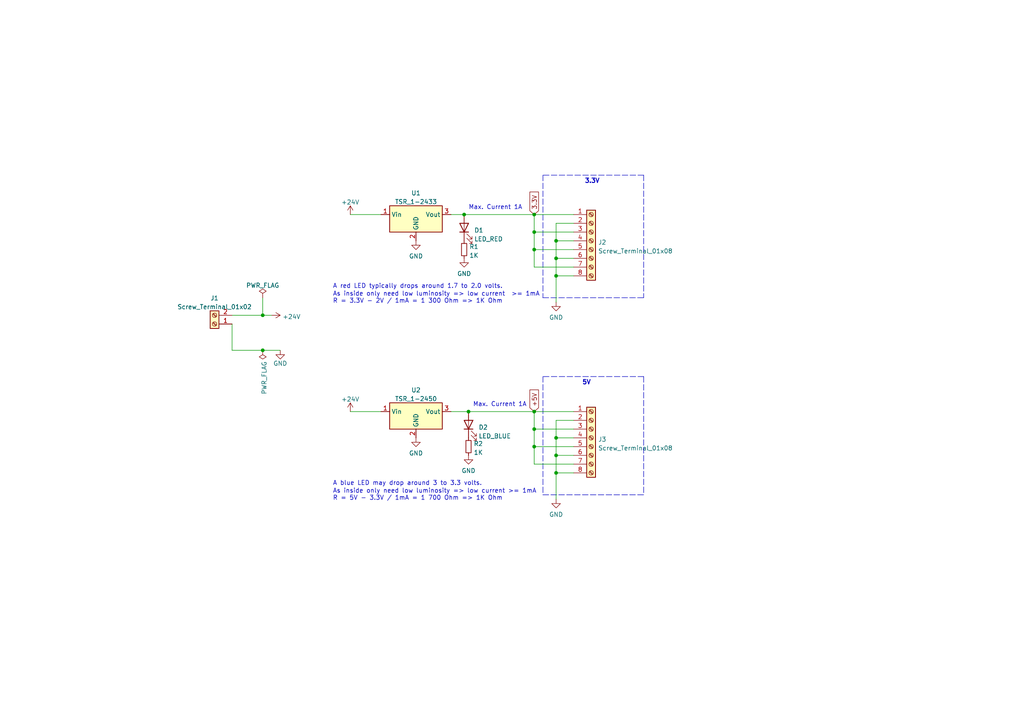
<source format=kicad_sch>
(kicad_sch (version 20211123) (generator eeschema)
  (paper "A4")
  (lib_symbols
    (symbol "Connector:Screw_Terminal_01x02" (pin_names (offset 1.016) hide)
      (property "Reference" "J" (at 0 2.54 0))
      (property "Value" "Screw_Terminal_01x02" (at 0 -5.08 0))
      (symbol "Screw_Terminal_01x02_1_1"
        (rectangle (start -1.27 1.27) (end 1.27 -3.81) (stroke (width 0.254)) (fill (type background)))
        (circle (center 0 -2.54) (radius 0.635) (stroke (width 0.1524)))
        (polyline (pts (xy -0.5334 -2.2098) (xy 0.3302 -3.048)) (stroke (width 0.1524)))
        (polyline (pts (xy -0.5334 0.3302) (xy 0.3302 -0.508)) (stroke (width 0.1524)))
        (polyline (pts (xy -0.3556 -2.032) (xy 0.508 -2.8702)) (stroke (width 0.1524)))
        (polyline (pts (xy -0.3556 0.508) (xy 0.508 -0.3302)) (stroke (width 0.1524)))
        (circle (center 0 0) (radius 0.635) (stroke (width 0.1524)))
        (pin passive line (at -5.08 0 0) (length 3.81) (name "Pin_1") (number "1"))
        (pin passive line (at -5.08 -2.54 0) (length 3.81) (name "Pin_2") (number "2"))
      )
    )
    (symbol "Connector:Screw_Terminal_01x08" (pin_names (offset 1.016) hide)
      (property "Reference" "J" (at 0 10.16 0))
      (property "Value" "Screw_Terminal_01x08" (at 0 -12.7 0))
      (symbol "Screw_Terminal_01x08_1_1"
        (rectangle (start -1.27 8.89) (end 1.27 -11.43) (stroke (width 0.254)) (fill (type background)))
        (circle (center 0 -10.16) (radius 0.635) (stroke (width 0.1524)))
        (circle (center 0 -7.62) (radius 0.635) (stroke (width 0.1524)))
        (circle (center 0 -5.08) (radius 0.635) (stroke (width 0.1524)))
        (circle (center 0 -2.54) (radius 0.635) (stroke (width 0.1524)))
        (polyline (pts (xy -0.5334 -9.8298) (xy 0.3302 -10.668)) (stroke (width 0.1524)))
        (polyline (pts (xy -0.5334 -7.2898) (xy 0.3302 -8.128)) (stroke (width 0.1524)))
        (polyline (pts (xy -0.5334 -4.7498) (xy 0.3302 -5.588)) (stroke (width 0.1524)))
        (polyline (pts (xy -0.5334 -2.2098) (xy 0.3302 -3.048)) (stroke (width 0.1524)))
        (polyline (pts (xy -0.5334 0.3302) (xy 0.3302 -0.508)) (stroke (width 0.1524)))
        (polyline (pts (xy -0.5334 2.8702) (xy 0.3302 2.032)) (stroke (width 0.1524)))
        (polyline (pts (xy -0.5334 5.4102) (xy 0.3302 4.572)) (stroke (width 0.1524)))
        (polyline (pts (xy -0.5334 7.9502) (xy 0.3302 7.112)) (stroke (width 0.1524)))
        (polyline (pts (xy -0.3556 -9.652) (xy 0.508 -10.4902)) (stroke (width 0.1524)))
        (polyline (pts (xy -0.3556 -7.112) (xy 0.508 -7.9502)) (stroke (width 0.1524)))
        (polyline (pts (xy -0.3556 -4.572) (xy 0.508 -5.4102)) (stroke (width 0.1524)))
        (polyline (pts (xy -0.3556 -2.032) (xy 0.508 -2.8702)) (stroke (width 0.1524)))
        (polyline (pts (xy -0.3556 0.508) (xy 0.508 -0.3302)) (stroke (width 0.1524)))
        (polyline (pts (xy -0.3556 3.048) (xy 0.508 2.2098)) (stroke (width 0.1524)))
        (polyline (pts (xy -0.3556 5.588) (xy 0.508 4.7498)) (stroke (width 0.1524)))
        (polyline (pts (xy -0.3556 8.128) (xy 0.508 7.2898)) (stroke (width 0.1524)))
        (circle (center 0 0) (radius 0.635) (stroke (width 0.1524)))
        (circle (center 0 2.54) (radius 0.635) (stroke (width 0.1524)))
        (circle (center 0 5.08) (radius 0.635) (stroke (width 0.1524)))
        (circle (center 0 7.62) (radius 0.635) (stroke (width 0.1524)))
        (pin passive line (at -5.08 7.62 0) (length 3.81) (name "Pin_1") (number "1"))
        (pin passive line (at -5.08 5.08 0) (length 3.81) (name "Pin_2") (number "2"))
        (pin passive line (at -5.08 2.54 0) (length 3.81) (name "Pin_3") (number "3"))
        (pin passive line (at -5.08 0 0) (length 3.81) (name "Pin_4") (number "4"))
        (pin passive line (at -5.08 -2.54 0) (length 3.81) (name "Pin_5") (number "5"))
        (pin passive line (at -5.08 -5.08 0) (length 3.81) (name "Pin_6") (number "6"))
        (pin passive line (at -5.08 -7.62 0) (length 3.81) (name "Pin_7") (number "7"))
        (pin passive line (at -5.08 -10.16 0) (length 3.81) (name "Pin_8") (number "8"))
      )
    )
    (symbol "Device:LED" (pin_numbers hide) (pin_names (offset 1.016) hide)
      (property "Reference" "D" (at 0 2.54 0))
      (property "Value" "LED" (at 0 -2.54 0))
      (symbol "LED_0_1"
        (polyline (pts (xy -1.27 -1.27) (xy -1.27 1.27)) (stroke (width 0.254)))
        (polyline (pts (xy -1.27 0) (xy 1.27 0)))
        (polyline (pts (xy 1.27 -1.27) (xy 1.27 1.27) (xy -1.27 0) (xy 1.27 -1.27)) (stroke (width 0.254)))
        (polyline (pts (xy -3.048 -0.762) (xy -4.572 -2.286) (xy -3.81 -2.286) (xy -4.572 -2.286) (xy -4.572 -1.524)))
        (polyline (pts (xy -1.778 -0.762) (xy -3.302 -2.286) (xy -2.54 -2.286) (xy -3.302 -2.286) (xy -3.302 -1.524)))
      )
      (symbol "LED_1_1"
        (pin passive line (at -3.81 0 0) (length 2.54) (name "K") (number "1"))
        (pin passive line (at 3.81 0 180) (length 2.54) (name "A") (number "2"))
      )
    )
    (symbol "Device:R_Small" (pin_numbers hide) (pin_names (offset 0.254) hide)
      (property "Reference" "R" (at 0.762 0.508 0))
      (property "Value" "R_Small" (at 0.762 -1.016 0))
      (symbol "R_Small_0_1"
        (rectangle (start -0.762 1.778) (end 0.762 -1.778) (stroke (width 0.2032)))
      )
      (symbol "R_Small_1_1"
        (pin passive line (at 0 2.54 270) (length 0.762) (name "~") (number "1"))
        (pin passive line (at 0 -2.54 90) (length 0.762) (name "~") (number "2"))
      )
    )
    (symbol "Regulator_Switching:TSR_1-2433"
      (property "Reference" "U" (at -7.62 6.35 0))
      (property "Value" "TSR_1-2433" (at -1.27 6.35 0))
      (symbol "TSR_1-2433_0_1"
        (rectangle (start -7.62 5.08) (end 7.62 -2.54) (stroke (width 0.254)) (fill (type background)))
      )
      (symbol "TSR_1-2433_1_1"
        (pin power_in line (at -10.16 2.54 0) (length 2.54) (name "Vin") (number "1"))
        (pin power_in line (at 0 -5.08 90) (length 2.54) (name "GND") (number "2"))
        (pin power_out line (at 10.16 2.54 180) (length 2.54) (name "Vout") (number "3"))
      )
    )
    (symbol "Regulator_Switching:TSR_1-2450"
      (property "Reference" "U" (at -7.62 6.35 0))
      (property "Value" "TSR_1-2450" (at -1.27 6.35 0))
      (symbol "TSR_1-2450_0_1"
        (rectangle (start -7.62 5.08) (end 7.62 -2.54) (stroke (width 0.254)) (fill (type background)))
      )
      (symbol "TSR_1-2450_1_1"
        (pin power_in line (at -10.16 2.54 0) (length 2.54) (name "Vin") (number "1"))
        (pin power_in line (at 0 -5.08 90) (length 2.54) (name "GND") (number "2"))
        (pin power_out line (at 10.16 2.54 180) (length 2.54) (name "Vout") (number "3"))
      )
    )
    (symbol "power:+24V" (power) (pin_names (offset 0))
      (property "Value" "+24V" (at 0 3.556 0))
      (symbol "+24V_0_1"
        (polyline (pts (xy -0.762 1.27) (xy 0 2.54)))
        (polyline (pts (xy 0 0) (xy 0 2.54)))
        (polyline (pts (xy 0 2.54) (xy 0.762 1.27)))
      )
      (symbol "+24V_1_1"
        (pin power_in line (at 0 0 90) (length 0) hide (name "+24V") (number "1"))
      )
    )
    (symbol "power:GND" (power) (pin_names (offset 0))
      (property "Value" "GND" (at 0 -3.81 0))
      (symbol "GND_0_1"
        (polyline (pts (xy 0 0) (xy 0 -1.27) (xy 1.27 -1.27) (xy 0 -2.54) (xy -1.27 -1.27) (xy 0 -1.27)))
      )
      (symbol "GND_1_1"
        (pin power_in line (at 0 0 270) (length 0) hide (name "GND") (number "1"))
      )
    )
    (symbol "power:PWR_FLAG" (power) (pin_numbers hide) (pin_names (offset 0) hide)
      (property "Value" "PWR_FLAG" (at 0 3.81 0))
      (symbol "PWR_FLAG_0_0"
        (pin power_out line (at 0 0 90) (length 0) (name "pwr") (number "1"))
      )
      (symbol "PWR_FLAG_0_1"
        (polyline (pts (xy 0 0) (xy 0 1.27) (xy -1.016 1.905) (xy 0 2.54) (xy 1.016 1.905) (xy 0 1.27)))
      )
    )
  )
  (junction (at 154.94 72.39))
  (junction (at 161.29 74.93))
  (junction (at 161.29 127))
  (junction (at 154.94 119.38))
  (junction (at 154.94 62.23))
  (junction (at 161.29 80.01))
  (junction (at 154.94 67.31))
  (junction (at 135.89 119.38))
  (junction (at 154.94 129.54))
  (junction (at 161.29 69.85))
  (junction (at 161.29 137.16))
  (junction (at 134.62 62.23))
  (junction (at 76.2 101.6))
  (junction (at 76.2 91.44))
  (junction (at 154.94 124.46))
  (junction (at 161.29 132.08))
  (wire (pts (xy 154.94 62.23) (xy 154.94 67.31)))
  (wire (pts (xy 161.29 64.77) (xy 161.29 69.85)))
  (wire (pts (xy 154.94 129.54) (xy 154.94 134.62)))
  (wire (pts (xy 154.94 119.38) (xy 154.94 124.46)))
  (wire (pts (xy 166.37 64.77) (xy 161.29 64.77)))
  (polyline (pts (xy 157.48 50.8) (xy 157.48 86.36)))
  (wire (pts (xy 161.29 132.08) (xy 166.37 132.08)))
  (polyline (pts (xy 157.48 86.36) (xy 186.69 86.36)))
  (wire (pts (xy 161.29 74.93) (xy 161.29 80.01)))
  (wire (pts (xy 135.89 119.38) (xy 154.94 119.38)))
  (wire (pts (xy 154.94 72.39) (xy 166.37 72.39)))
  (wire (pts (xy 101.6 62.23) (xy 110.49 62.23)))
  (wire (pts (xy 161.29 74.93) (xy 166.37 74.93)))
  (wire (pts (xy 76.2 101.6) (xy 81.28 101.6)))
  (wire (pts (xy 154.94 124.46) (xy 154.94 129.54)))
  (wire (pts (xy 154.94 77.47) (xy 166.37 77.47)))
  (wire (pts (xy 161.29 69.85) (xy 166.37 69.85)))
  (wire (pts (xy 161.29 80.01) (xy 161.29 87.63)))
  (wire (pts (xy 161.29 137.16) (xy 161.29 144.78)))
  (polyline (pts (xy 186.69 109.22) (xy 186.69 143.51)))
  (wire (pts (xy 161.29 132.08) (xy 161.29 137.16)))
  (wire (pts (xy 161.29 127) (xy 166.37 127)))
  (wire (pts (xy 130.81 62.23) (xy 134.62 62.23)))
  (wire (pts (xy 161.29 121.92) (xy 161.29 127)))
  (wire (pts (xy 161.29 80.01) (xy 166.37 80.01)))
  (wire (pts (xy 154.94 129.54) (xy 166.37 129.54)))
  (polyline (pts (xy 157.48 109.22) (xy 157.48 143.51)))
  (wire (pts (xy 154.94 67.31) (xy 154.94 72.39)))
  (wire (pts (xy 67.31 93.98) (xy 67.31 101.6)))
  (wire (pts (xy 130.81 119.38) (xy 135.89 119.38)))
  (wire (pts (xy 154.94 72.39) (xy 154.94 77.47)))
  (wire (pts (xy 76.2 91.44) (xy 78.74 91.44)))
  (wire (pts (xy 101.6 119.38) (xy 110.49 119.38)))
  (polyline (pts (xy 186.69 109.22) (xy 157.48 109.22)))
  (wire (pts (xy 166.37 121.92) (xy 161.29 121.92)))
  (polyline (pts (xy 157.48 143.51) (xy 186.69 143.51)))
  (wire (pts (xy 154.94 62.23) (xy 166.37 62.23)))
  (wire (pts (xy 67.31 101.6) (xy 76.2 101.6)))
  (polyline (pts (xy 186.69 50.8) (xy 186.69 86.36)))
  (wire (pts (xy 161.29 137.16) (xy 166.37 137.16)))
  (wire (pts (xy 76.2 86.36) (xy 76.2 91.44)))
  (wire (pts (xy 67.31 91.44) (xy 76.2 91.44)))
  (wire (pts (xy 154.94 119.38) (xy 166.37 119.38)))
  (polyline (pts (xy 186.69 50.8) (xy 157.48 50.8)))
  (polyline (pts (xy 157.48 86.36) (xy 157.48 86.36)))
  (wire (pts (xy 154.94 134.62) (xy 166.37 134.62)))
  (wire (pts (xy 154.94 67.31) (xy 166.37 67.31)))
  (wire (pts (xy 134.62 62.23) (xy 154.94 62.23)))
  (wire (pts (xy 161.29 69.85) (xy 161.29 74.93)))
  (wire (pts (xy 161.29 127) (xy 161.29 132.08)))
  (wire (pts (xy 154.94 124.46) (xy 166.37 124.46)))
  (text "Max. Current 1A" (at 135.89 60.96 0) (effects (font (size 1.27 1.27)) (justify left bottom)))
  (text "Max. Current 1A" (at 137.16 118.11 0) (effects (font (size 1.27 1.27)) (justify left bottom)))
  (text "As inside only need low luminosity => low current  >= 1mA\nR = 3.3V - 2V / 1mA = 1 300 Ohm => 1K Ohm\n\n" (at 96.52 90.17 0) (effects (font (size 1.27 1.27)) (justify left bottom)))
  (text "5V" (at 171.45 111.76 180) (effects (font (size 1.27 1.27) (thickness 0.254) bold) (justify right bottom)))
  (text "A red LED typically drops around 1.7 to 2.0 volts.\n" (at 96.52 83.82 0) (effects (font (size 1.27 1.27)) (justify left bottom)))
  (text "3.3V" (at 173.99 53.34 180) (effects (font (size 1.27 1.27) (thickness 0.254) bold) (justify right bottom)))
  (text "As inside only need low luminosity => low current >= 1mA\nR = 5V - 3.3V / 1mA = 1 700 Ohm => 1K Ohm\n\n" (at 96.52 147.32 0) (effects (font (size 1.27 1.27)) (justify left bottom)))
  (text "A blue LED may drop around 3 to 3.3 volts." (at 96.52 140.97 0) (effects (font (size 1.27 1.27)) (justify left bottom)))
  (global_label "+5V" (shape input) (at 154.94 119.38 90) (property "Intersheet References" "${INTERSHEET_REFS}" (effects hide)))
  (global_label "3.3V" (shape input) (at 154.94 62.23 90) (property "Intersheet References" "${INTERSHEET_REFS}" (effects hide)))
  (symbol (lib_id "Regulator_Switching:TSR_1-2450") (at 120.65 121.92 0) (unit 1)
    (property "Reference" "U2" (at 120.65 113.1402 0))
    (property "Value" "TSR_1-2450" (at 120.65 115.6771 0))
    (property "Footprint" "Converter_DCDC:Converter_DCDC_TRACO_TSR-1_THT" (effects hide))
    (property "Datasheet" "http://www.tracopower.com/products/tsr1.pdf" (effects hide))
  )
  (symbol (lib_id "power:+24V") (at 101.6 62.23 0) (unit 1)
    (property "Reference" "#PWR0102" (effects hide))
    (property "Value" "+24V" (at 101.6 58.6542 0))
  )
  (symbol (lib_id "power:GND") (at 120.65 127 0) (unit 1)
    (property "Reference" "#PWR03" (effects hide))
    (property "Value" "GND" (at 120.65 131.4434 0))
  )
  (symbol (lib_id "power:GND") (at 120.65 69.85 0) (unit 1)
    (property "Reference" "#PWR02" (effects hide))
    (property "Value" "GND" (at 120.65 74.2934 0))
  )
  (symbol (lib_id "Device:R_Small") (at 134.62 72.39 0) (unit 1)
    (property "Reference" "R1" (at 136.1186 71.5553 0) (effects (justify left)))
    (property "Value" "1K" (at 136.1186 74.0922 0) (effects (justify left)))
    (property "Footprint" "Resistor_SMD:R_0805_2012Metric_Pad1.20x1.40mm_HandSolder" (effects hide))
  )
  (symbol (lib_id "Connector:Screw_Terminal_01x08") (at 171.45 69.85 0) (unit 1)
    (property "Reference" "J2" (at 173.482 70.2853 0) (effects (justify left)))
    (property "Value" "Screw_Terminal_01x08" (at 173.482 72.8222 0) (effects (justify left)))
    (property "Footprint" "TerminalBlock_Phoenix:TerminalBlock_Phoenix_MKDS-3-8-5.08_1x08_P5.08mm_Horizontal" (effects hide))
  )
  (symbol (lib_id "Device:LED") (at 135.89 123.19 90) (unit 1)
    (property "Reference" "D2" (at 138.811 123.9428 90) (effects (justify right)))
    (property "Value" "LED_BLUE" (at 138.811 126.4797 90) (effects (justify right)))
    (property "Footprint" "LED_SMD:LED_0805_2012Metric_Pad1.15x1.40mm_HandSolder" (effects hide))
  )
  (symbol (lib_id "power:GND") (at 134.62 74.93 0) (unit 1)
    (property "Reference" "#PWR04" (effects hide))
    (property "Value" "GND" (at 134.62 79.3734 0))
  )
  (symbol (lib_id "power:GND") (at 81.28 101.6 0) (unit 1)
    (property "Reference" "#PWR01" (effects hide))
    (property "Value" "GND" (at 81.28 105.41 0))
  )
  (symbol (lib_id "power:GND") (at 135.89 132.08 0) (unit 1)
    (property "Reference" "#PWR05" (effects hide))
    (property "Value" "GND" (at 135.89 136.5234 0))
  )
  (symbol (lib_id "Connector:Screw_Terminal_01x02") (at 62.23 93.98 180) (unit 1)
    (property "Reference" "J1" (at 62.23 86.4702 0))
    (property "Value" "Screw_Terminal_01x02" (at 62.23 89.0071 0))
    (property "Footprint" "TerminalBlock:TerminalBlock_bornier-2_P5.08mm" (effects hide))
  )
  (symbol (lib_id "power:GND") (at 161.29 87.63 0) (unit 1)
    (property "Reference" "#PWR06" (effects hide))
    (property "Value" "GND" (at 161.29 92.0734 0))
  )
  (symbol (lib_id "power:+24V") (at 78.74 91.44 270) (unit 1)
    (property "Reference" "#PWR0103" (effects hide))
    (property "Value" "+24V" (at 81.915 91.8738 90) (effects (justify left)))
  )
  (symbol (lib_id "power:GND") (at 161.29 144.78 0) (unit 1)
    (property "Reference" "#PWR07" (effects hide))
    (property "Value" "GND" (at 161.29 149.2234 0))
  )
  (symbol (lib_id "Device:R_Small") (at 135.89 129.54 0) (unit 1)
    (property "Reference" "R2" (at 137.3886 128.7053 0) (effects (justify left)))
    (property "Value" "1K" (at 137.3886 131.2422 0) (effects (justify left)))
    (property "Footprint" "Resistor_SMD:R_0805_2012Metric_Pad1.20x1.40mm_HandSolder" (effects hide))
  )
  (symbol (lib_id "Connector:Screw_Terminal_01x08") (at 171.45 127 0) (unit 1)
    (property "Reference" "J3" (at 173.482 127.4353 0) (effects (justify left)))
    (property "Value" "Screw_Terminal_01x08" (at 173.482 129.9722 0) (effects (justify left)))
    (property "Footprint" "TerminalBlock_Phoenix:TerminalBlock_Phoenix_MKDS-3-8-5.08_1x08_P5.08mm_Horizontal" (effects hide))
  )
  (symbol (lib_id "Regulator_Switching:TSR_1-2433") (at 120.65 64.77 0) (unit 1)
    (property "Reference" "U1" (at 120.65 55.9902 0))
    (property "Value" "TSR_1-2433" (at 120.65 58.5271 0))
    (property "Footprint" "Converter_DCDC:Converter_DCDC_TRACO_TSR-1_THT" (effects hide))
    (property "Datasheet" "http://www.tracopower.com/products/tsr1.pdf" (effects hide))
  )
  (symbol (lib_id "power:PWR_FLAG") (at 76.2 86.36 0) (unit 1)
    (property "Reference" "#FLG0101" (effects hide))
    (property "Value" "PWR_FLAG" (at 76.2 82.7842 0))
  )
  (symbol (lib_id "Device:LED") (at 134.62 66.04 90) (unit 1)
    (property "Reference" "D1" (at 137.541 66.7928 90) (effects (justify right)))
    (property "Value" "LED_RED" (at 137.541 69.3297 90) (effects (justify right)))
    (property "Footprint" "LED_SMD:LED_0805_2012Metric_Pad1.15x1.40mm_HandSolder" (effects hide))
  )
  (symbol (lib_id "power:+24V") (at 101.6 119.38 0) (unit 1)
    (property "Reference" "#PWR0101" (effects hide))
    (property "Value" "+24V" (at 101.6 115.8042 0))
  )
  (symbol (lib_id "power:PWR_FLAG") (at 76.2 101.6 180) (unit 1)
    (property "Reference" "#FLG0102" (effects hide))
    (property "Value" "PWR_FLAG" (at 76.6338 104.7749 90) (effects (justify left)))
  )
)
</source>
